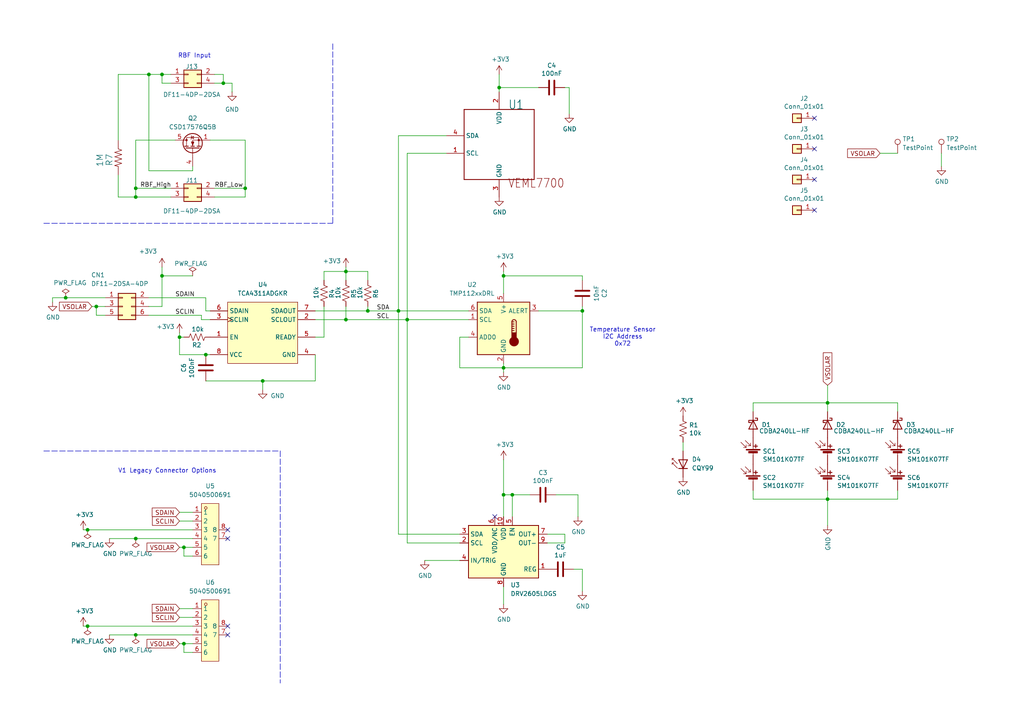
<source format=kicad_sch>
(kicad_sch (version 20250114) (generator "eeschema") (generator_version "9.0")
  (paper "A4")
  (title_block (title "XY Solar Panel Board") (date "2023-03-19") (rev "V3") (company "CPP BroncoSpace"))
  (lib_symbols
    (symbol "Adafruit VEML7700-eagle-import:VEML7700"
      (property "Reference" "IC" (at 2.54 10.16 0))
      (symbol "VEML7700_1_0"
        (polyline (pts (xy -10.16 10.16) (xy 10.16 10.16)) (stroke (width 0.254)))
        (polyline (pts (xy -10.16 -10.16) (xy -10.16 10.16)) (stroke (width 0.254)))
        (polyline (pts (xy 10.16 10.16) (xy 10.16 -10.16)) (stroke (width 0.254)))
        (polyline (pts (xy 10.16 -10.16) (xy -10.16 -10.16)) (stroke (width 0.254)))
        (text "VEML7700" (at 2.54 -12.7 0) (effects (font (size 2.54 2.159)) (justify left bottom)))
        (pin bidirectional line (at -15.24 2.54 0) (length 5.08) (name "SDA") (number "4"))
        (pin bidirectional line (at -15.24 -2.54 0) (length 5.08) (name "SCL") (number "1"))
        (pin power_in line (at 0 15.24 270) (length 5.08) (name "VDD") (number "2"))
        (pin power_in line (at 0 -15.24 90) (length 5.08) (name "GND") (number "3"))
      )
    )
    (symbol "Connector:TestPoint" (pin_numbers (hide yes)) (pin_names (offset 0.762) (hide yes))
      (property "Reference" "TP" (at 0 6.858 0))
      (property "Value" "TestPoint" (at 0 5.08 0))
      (symbol "TestPoint_0_1"
        (circle (center 0 3.302) (radius 0.762))
      )
      (symbol "TestPoint_1_1"
        (pin passive line (at 0 0 90) (length 2.54) (name "1") (number "1"))
      )
    )
    (symbol "Connector_Generic:Conn_01x01" (pin_names (offset 1.016) (hide yes))
      (property "Reference" "J" (at 0 2.54 0))
      (property "Value" "Conn_01x01" (at 0 -2.54 0))
      (symbol "Conn_01x01_1_1"
        (rectangle (start -1.27 1.27) (end 1.27 -1.27) (stroke (width 0.254)) (fill (type background)))
        (rectangle (start -1.27 0.127) (end 0 -0.127) (stroke (width 0.1524)))
        (pin passive line (at -5.08 0 0) (length 3.81) (name "Pin_1") (number "1"))
      )
    )
    (symbol "Connector_Generic:Conn_02x02_Odd_Even" (pin_names (offset 1.016) (hide yes))
      (property "Reference" "J" (at 1.27 2.54 0))
      (property "Value" "Conn_02x02_Odd_Even" (at 1.27 -5.08 0))
      (symbol "Conn_02x02_Odd_Even_1_1"
        (rectangle (start -1.27 1.27) (end 3.81 -3.81) (stroke (width 0.254)) (fill (type background)))
        (rectangle (start -1.27 0.127) (end 0 -0.127) (stroke (width 0.1524)))
        (rectangle (start -1.27 -2.413) (end 0 -2.667) (stroke (width 0.1524)))
        (rectangle (start 3.81 0.127) (end 2.54 -0.127) (stroke (width 0.1524)))
        (rectangle (start 3.81 -2.413) (end 2.54 -2.667) (stroke (width 0.1524)))
        (pin passive line (at -5.08 0 0) (length 3.81) (name "Pin_1") (number "1"))
        (pin passive line (at -5.08 -2.54 0) (length 3.81) (name "Pin_3") (number "3"))
        (pin passive line (at 7.62 0 180) (length 3.81) (name "Pin_2") (number "2"))
        (pin passive line (at 7.62 -2.54 180) (length 3.81) (name "Pin_4") (number "4"))
      )
    )
    (symbol "Connector_Generic:Conn_02x03_Odd_Even" (pin_names (offset 1.016) (hide yes))
      (property "Reference" "J" (at 1.27 5.08 0))
      (property "Value" "Conn_02x03_Odd_Even" (at 1.27 -5.08 0))
      (symbol "Conn_02x03_Odd_Even_1_1"
        (rectangle (start -1.27 3.81) (end 3.81 -3.81) (stroke (width 0.254)) (fill (type background)))
        (rectangle (start -1.27 2.667) (end 0 2.413) (stroke (width 0.1524)))
        (rectangle (start -1.27 0.127) (end 0 -0.127) (stroke (width 0.1524)))
        (rectangle (start -1.27 -2.413) (end 0 -2.667) (stroke (width 0.1524)))
        (rectangle (start 3.81 2.667) (end 2.54 2.413) (stroke (width 0.1524)))
        (rectangle (start 3.81 0.127) (end 2.54 -0.127) (stroke (width 0.1524)))
        (rectangle (start 3.81 -2.413) (end 2.54 -2.667) (stroke (width 0.1524)))
        (pin passive line (at -5.08 2.54 0) (length 3.81) (name "Pin_1") (number "1"))
        (pin passive line (at -5.08 0 0) (length 3.81) (name "Pin_3") (number "3"))
        (pin passive line (at -5.08 -2.54 0) (length 3.81) (name "Pin_5") (number "5"))
        (pin passive line (at 7.62 2.54 180) (length 3.81) (name "Pin_2") (number "2"))
        (pin passive line (at 7.62 0 180) (length 3.81) (name "Pin_4") (number "4"))
        (pin passive line (at 7.62 -2.54 180) (length 3.81) (name "Pin_6") (number "6"))
      )
    )
    (symbol "Device:C" (pin_numbers (hide yes)) (pin_names (offset 0.254))
      (property "Reference" "C" (at 0.635 2.54 0))
      (property "Value" "C" (at 0.635 -2.54 0))
      (symbol "C_0_1"
        (polyline (pts (xy -2.032 0.762) (xy 2.032 0.762)) (stroke (width 0.508)))
        (polyline (pts (xy -2.032 -0.762) (xy 2.032 -0.762)) (stroke (width 0.508)))
      )
      (symbol "C_1_1"
        (pin passive line (at 0 3.81 270) (length 2.794) (name "~") (number "1"))
        (pin passive line (at 0 -3.81 90) (length 2.794) (name "~") (number "2"))
      )
    )
    (symbol "Device:D_Schottky" (pin_numbers (hide yes)) (pin_names (offset 1.016) (hide yes))
      (property "Reference" "D" (at 0 2.54 0))
      (property "Value" "D_Schottky" (at 0 -2.54 0))
      (symbol "D_Schottky_0_1"
        (polyline (pts (xy -1.905 0.635) (xy -1.905 1.27) (xy -1.27 1.27) (xy -1.27 -1.27) (xy -0.635 -1.27) (xy -0.635 -0.635)) (stroke (width 0.254)))
        (polyline (pts (xy 1.27 1.27) (xy 1.27 -1.27) (xy -1.27 0) (xy 1.27 1.27)) (stroke (width 0.254)))
        (polyline (pts (xy 1.27 0) (xy -1.27 0)))
      )
      (symbol "D_Schottky_1_1"
        (pin passive line (at -3.81 0 0) (length 2.54) (name "K") (number "1"))
        (pin passive line (at 3.81 0 180) (length 2.54) (name "A") (number "2"))
      )
    )
    (symbol "Device:R_US" (pin_numbers (hide yes)) (pin_names (offset 0))
      (property "Reference" "R" (at 2.54 0 90))
      (property "Value" "R_US" (at -2.54 0 90))
      (symbol "R_US_0_1"
        (polyline (pts (xy 0 2.286) (xy 0 2.54)))
        (polyline (pts (xy 0 2.286) (xy 1.016 1.905) (xy 0 1.524) (xy -1.016 1.143) (xy 0 0.762)))
        (polyline (pts (xy 0 0.762) (xy 1.016 0.381) (xy 0 0) (xy -1.016 -0.381) (xy 0 -0.762)))
        (polyline (pts (xy 0 -0.762) (xy 1.016 -1.143) (xy 0 -1.524) (xy -1.016 -1.905) (xy 0 -2.286)))
        (polyline (pts (xy 0 -2.286) (xy 0 -2.54)))
      )
      (symbol "R_US_1_1"
        (pin passive line (at 0 3.81 270) (length 1.27) (name "~") (number "1"))
        (pin passive line (at 0 -3.81 90) (length 1.27) (name "~") (number "2"))
      )
    )
    (symbol "Device:Solar_Cell" (pin_numbers (hide yes)) (pin_names (offset 0) (hide yes))
      (property "Reference" "SC" (at 2.54 2.54 0))
      (property "Value" "Solar_Cell" (at 2.54 0 0))
      (symbol "Solar_Cell_0_1"
        (polyline (pts (xy -2.032 3.048) (xy -2.032 2.286) (xy -2.794 2.286)))
        (polyline (pts (xy -2.032 2.286) (xy -3.556 3.81)))
        (rectangle (start -2.032 1.778) (end 2.032 1.524) (fill (type outline)))
        (rectangle (start -1.3208 1.1938) (end 1.27 0.6858) (fill (type outline)))
        (polyline (pts (xy -0.762 3.556) (xy -0.762 2.794) (xy -1.524 2.794)))
        (polyline (pts (xy -0.762 2.794) (xy -2.286 4.318)))
        (polyline (pts (xy 0 1.778) (xy 0 2.54)))
        (polyline (pts (xy 0 0.762) (xy 0 0)))
        (polyline (pts (xy 0.254 2.667) (xy 1.27 2.667)) (stroke (width 0.254)))
        (polyline (pts (xy 0.762 3.175) (xy 0.762 2.159)) (stroke (width 0.254)))
      )
      (symbol "Solar_Cell_1_1"
        (pin passive line (at 0 5.08 270) (length 2.54) (name "+") (number "1"))
        (pin passive line (at 0 -2.54 90) (length 2.54) (name "-") (number "2"))
      )
    )
    (symbol "Driver_Haptic:DRV2605LDGS"
      (property "Reference" "U3" (at 2.0194 -9.6504 0))
      (property "Value" "DRV2605LDGS" (at 2.0194 -12.1873 0))
      (symbol "DRV2605LDGS_0_1"
        (rectangle (start -10.16 7.62) (end 10.16 -7.62) (stroke (width 0.254)) (fill (type background)))
      )
      (symbol "DRV2605LDGS_1_1"
        (pin bidirectional line (at -12.7 5.08 0) (length 2.54) (name "SDA") (number "3"))
        (pin input line (at -12.7 2.54 0) (length 2.54) (name "SCL") (number "2"))
        (pin input line (at -12.7 -2.54 0) (length 2.54) (name "IN/TRIG") (number "4"))
        (pin power_in line (at -2.54 10.16 270) (length 2.54) (name "VDD/NC") (number "6"))
        (pin power_in line (at 0 10.16 270) (length 2.54) (name "VDD") (number "10"))
        (pin power_in line (at 0 -10.16 90) (length 2.54) (name "GND") (number "8"))
        (pin input line (at 2.54 10.16 270) (length 2.54) (name "EN") (number "5"))
        (pin output line (at 12.7 5.08 180) (length 2.54) (name "OUT+") (number "7"))
        (pin output line (at 12.7 2.54 180) (length 2.54) (name "OUT-") (number "9"))
        (pin passive line (at 12.7 -5.08 180) (length 2.54) (name "REG") (number "1"))
      )
    )
    (symbol "GND_1" (power) (pin_numbers (hide yes)) (pin_names (offset 0) (hide yes))
      (property "Value" "GND" (at 0 -3.81 0))
      (symbol "GND_1_0_1"
        (polyline (pts (xy 0 0) (xy 0 -1.27) (xy 1.27 -1.27) (xy 0 -2.54) (xy -1.27 -1.27) (xy 0 -1.27)))
      )
      (symbol "GND_1_1_1"
        (pin power_in line (at 0 0 270) (length 0) (name "~") (number "1"))
      )
    )
    (symbol "LED:CQY99" (pin_numbers (hide yes)) (pin_names (offset 1.016) (hide yes))
      (property "Reference" "D" (at 0.508 1.778 0))
      (property "Value" "CQY99" (at -1.016 -2.794 0))
      (symbol "CQY99_0_1"
        (polyline (pts (xy -2.54 1.27) (xy -2.54 -1.27)) (stroke (width 0.254)))
        (polyline (pts (xy -2.413 1.651) (xy -0.889 3.175) (xy -0.889 2.667) (xy -0.889 3.175) (xy -1.397 3.175)))
        (polyline (pts (xy -1.143 1.651) (xy 0.381 3.175) (xy 0.381 2.667)))
        (polyline (pts (xy 0 0) (xy -2.54 0)))
        (polyline (pts (xy 0 -1.27) (xy -2.54 0) (xy 0 1.27) (xy 0 -1.27)) (stroke (width 0.254)))
        (polyline (pts (xy 0.381 3.175) (xy -0.127 3.175)))
      )
      (symbol "CQY99_1_1"
        (pin passive line (at -5.08 0 0) (length 2.54) (name "K") (number "1"))
        (pin passive line (at 2.54 0 180) (length 2.54) (name "A") (number "2"))
      )
    )
    (symbol "Sensor_Temperature:TMP112xxDRL"
      (property "Reference" "U" (at -2.54 10.795 0))
      (property "Value" "TMP112xxDRL" (at -2.54 8.89 0))
      (symbol "TMP112xxDRL_0_1"
        (rectangle (start -7.62 7.62) (end 7.62 -7.62) (stroke (width 0.254)) (fill (type background)))
      )
      (symbol "TMP112xxDRL_1_1"
        (polyline (pts (xy 2.413 1.905) (xy 2.413 -1.27)) (stroke (width 0.254)))
        (polyline (pts (xy 2.413 1.905) (xy 3.048 1.905)) (stroke (width 0.254)))
        (polyline (pts (xy 2.413 1.27) (xy 3.048 1.27)) (stroke (width 0.254)))
        (polyline (pts (xy 2.413 0.635) (xy 3.048 0.635)) (stroke (width 0.254)))
        (polyline (pts (xy 2.413 0) (xy 3.048 0)) (stroke (width 0.254)))
        (polyline (pts (xy 2.413 -0.635) (xy 3.048 -0.635)) (stroke (width 0.254)))
        (arc (start 2.413 1.905) (mid 3.048 2.5373) (end 3.683 1.905) (stroke (width 0.254)))
        (circle (center 3.048 -3.81) (radius 1.27) (stroke (width 0.254)) (fill (type outline)))
        (polyline (pts (xy 3.683 1.905) (xy 3.683 -1.27)) (stroke (width 0.254)))
        (rectangle (start 3.683 -3.175) (end 2.413 -1.27) (stroke (width 0.254)) (fill (type outline)))
        (pin bidirectional line (at -10.16 5.08 0) (length 2.54) (name "SDA") (number "6"))
        (pin input line (at -10.16 2.54 0) (length 2.54) (name "SCL") (number "1"))
        (pin input line (at -10.16 -2.54 0) (length 2.54) (name "ADD0") (number "4"))
        (pin power_in line (at 0 10.16 270) (length 2.54) (name "V+") (number "5"))
        (pin power_in line (at 0 -10.16 90) (length 2.54) (name "GND") (number "2"))
        (pin open_collector line (at 10.16 5.08 180) (length 2.54) (name "ALERT") (number "3"))
      )
    )
    (symbol "Transistor_FET:CSD17576Q5B" (pin_names (hide yes))
      (property "Reference" "Q" (at 5.08 1.905 0))
      (property "Value" "CSD17576Q5B" (at 5.08 0 0))
      (symbol "CSD17576Q5B_0_1"
        (polyline (pts (xy 0.254 1.905) (xy 0.254 -1.905)) (stroke (width 0.254)))
        (polyline (pts (xy 0.254 0) (xy -2.54 0)))
        (polyline (pts (xy 0.762 2.286) (xy 0.762 1.27)) (stroke (width 0.254)))
        (polyline (pts (xy 0.762 0.508) (xy 0.762 -0.508)) (stroke (width 0.254)))
        (polyline (pts (xy 0.762 -1.27) (xy 0.762 -2.286)) (stroke (width 0.254)))
        (polyline (pts (xy 0.762 -1.778) (xy 3.302 -1.778) (xy 3.302 1.778) (xy 0.762 1.778)))
        (polyline (pts (xy 1.016 0) (xy 2.032 0.381) (xy 2.032 -0.381) (xy 1.016 0)) (fill (type outline)))
        (circle (center 1.651 0) (radius 2.794) (stroke (width 0.254)))
        (polyline (pts (xy 2.54 2.54) (xy 2.54 1.778)))
        (circle (center 2.54 1.778) (radius 0.254) (fill (type outline)))
        (circle (center 2.54 -1.778) (radius 0.254) (fill (type outline)))
        (polyline (pts (xy 2.54 -2.54) (xy 2.54 0) (xy 0.762 0)))
        (polyline (pts (xy 2.794 0.508) (xy 2.921 0.381) (xy 3.683 0.381) (xy 3.81 0.254)))
        (polyline (pts (xy 3.302 0.381) (xy 2.921 -0.254) (xy 3.683 -0.254) (xy 3.302 0.381)))
      )
      (symbol "CSD17576Q5B_1_1"
        (pin passive line (at -5.08 0 0) (length 2.54) (name "G") (number "4"))
        (pin passive line (at 2.54 5.08 270) (length 2.54) (name "D") (number "5"))
        (pin passive line (at 2.54 -5.08 90) (length 2.54) (name "S") (number "1"))
        (pin passive line (at 2.54 -5.08 90) (length 2.54) (hide yes) (name "S") (number "2"))
        (pin passive line (at 2.54 -5.08 90) (length 2.54) (hide yes) (name "S") (number "3"))
      )
    )
    (symbol "easyeda2kicad:5040500691"
      (property "Reference" "U" (at 0 11.43 0))
      (property "Value" "5040500691" (at 0 -11.43 0))
      (symbol "5040500691_0_1"
        (rectangle (start -2.54 8.89) (end 2.54 -8.89) (fill (type background)))
        (circle (center -1.27 7.62) (radius 0.38))
        (pin unspecified line (at -5.08 6.35 0) (length 2.54) (name "1") (number "1"))
        (pin unspecified line (at -5.08 3.81 0) (length 2.54) (name "2") (number "2"))
        (pin unspecified line (at -5.08 1.27 0) (length 2.54) (name "3") (number "3"))
        (pin unspecified line (at -5.08 -1.27 0) (length 2.54) (name "4") (number "4"))
        (pin unspecified line (at -5.08 -3.81 0) (length 2.54) (name "5") (number "5"))
        (pin unspecified line (at -5.08 -6.35 0) (length 2.54) (name "6") (number "6"))
        (pin unspecified line (at 5.08 1.27 180) (length 2.54) (name "8") (number "8"))
        (pin unspecified line (at 5.08 -1.27 180) (length 2.54) (name "7") (number "7"))
      )
    )
    (symbol "easyeda2kicad:TCA4311ADGKR"
      (property "Reference" "U4" (at 0 13.97 0))
      (property "Value" "TCA4311ADGKR" (at 0 11.43 0))
      (symbol "TCA4311ADGKR_0_1"
        (rectangle (start -10.16 8.89) (end 10.16 -8.89) (fill (type background)))
        (pin unspecified line (at -15.24 6.35 0) (length 5.08) (name "SDAIN") (number "6"))
        (pin unspecified clock (at -15.24 3.81 0) (length 5.08) (name "SCLIN") (number "3"))
        (pin unspecified line (at -15.24 -1.27 0) (length 5.08) (name "EN") (number "1"))
        (pin power_in line (at -15.24 -6.35 0) (length 5.08) (name "VCC") (number "8"))
        (pin unspecified line (at 15.24 6.35 180) (length 5.08) (name "SDAOUT") (number "7"))
        (pin unspecified line (at 15.24 3.81 180) (length 5.08) (name "SCLOUT") (number "2"))
        (pin unspecified line (at 15.24 -1.27 180) (length 5.08) (name "READY") (number "5"))
        (pin power_in line (at 15.24 -6.35 180) (length 5.08) (name "GND") (number "4"))
      )
    )
    (symbol "mainboard:RESISTOR0603" (pin_names (offset 1.016))
      (property "Reference" "R" (at 0 1.524 0))
      (property "Value" "RESISTOR0603" (at 0 -1.524 0))
      (symbol "RESISTOR0603_1_0"
        (polyline (pts (xy -2.54 0) (xy -2.159 1.016)))
        (polyline (pts (xy -2.159 1.016) (xy -1.524 -1.016)))
        (polyline (pts (xy -1.524 -1.016) (xy -0.889 1.016)))
        (polyline (pts (xy -0.889 1.016) (xy -0.254 -1.016)))
        (polyline (pts (xy -0.254 -1.016) (xy 0.381 1.016)))
        (polyline (pts (xy 0.381 1.016) (xy 1.016 -1.016)))
        (polyline (pts (xy 1.016 -1.016) (xy 1.651 1.016)))
        (polyline (pts (xy 1.651 1.016) (xy 2.286 -1.016)))
        (polyline (pts (xy 2.286 -1.016) (xy 2.54 0)))
        (pin passive line (at -5.08 0 0) (length 2.54) (name "1") (number "1"))
        (pin passive line (at 5.08 0 180) (length 2.54) (name "2") (number "2"))
      )
    )
    (symbol "power:GND" (power) (pin_names (offset 0))
      (property "Value" "GND" (at 0 -3.81 0))
      (symbol "GND_0_1"
        (polyline (pts (xy 0 0) (xy 0 -1.27) (xy 1.27 -1.27) (xy 0 -2.54) (xy -1.27 -1.27) (xy 0 -1.27)))
      )
      (symbol "GND_1_1"
        (pin power_in line (at 0 0 270) (length 0) (hide yes) (name "GND") (number "1"))
      )
    )
    (symbol "power:PWR_FLAG" (power) (pin_numbers (hide yes)) (pin_names (offset 0) (hide yes))
      (property "Value" "PWR_FLAG" (at 0 3.81 0))
      (symbol "PWR_FLAG_0_0"
        (pin power_out line (at 0 0 90) (length 0) (name "pwr") (number "1"))
      )
      (symbol "PWR_FLAG_0_1"
        (polyline (pts (xy 0 0) (xy 0 1.27) (xy -1.016 1.905) (xy 0 2.54) (xy 1.016 1.905) (xy 0 1.27)))
      )
    )
    (symbol "solar-panel-NoCutout-rescue:+3.3V-power" (power) (pin_names (offset 0))
      (property "Value" "+3.3V-power" (at 0 3.556 0))
      (symbol "+3.3V-power_0_1"
        (polyline (pts (xy -0.762 1.27) (xy 0 2.54)))
        (polyline (pts (xy 0 2.54) (xy 0.762 1.27)))
        (polyline (pts (xy 0 0) (xy 0 2.54)))
      )
      (symbol "+3.3V-power_1_1"
        (pin power_in line (at 0 0 90) (length 0) (hide yes) (name "+3V3") (number "1"))
      )
    )
    (symbol "solar-panel-side-Z-rescue:+3.3V-power" (power) (pin_names (offset 0))
      (property "Value" "+3.3V-power" (at 0 3.556 0))
      (symbol "+3.3V-power_0_1"
        (polyline (pts (xy -0.762 1.27) (xy 0 2.54)))
        (polyline (pts (xy 0 2.54) (xy 0.762 1.27)))
        (polyline (pts (xy 0 0) (xy 0 2.54)))
      )
      (symbol "+3.3V-power_1_1"
        (pin power_in line (at 0 0 90) (length 0) (hide yes) (name "+3V3") (number "1"))
      )
    )
  )
  (text "V1 Legacy Connector Options" (at 48.514 136.652 0) (effects (font (size 1.27 1.27))))
  (text "Temperature Sensor\nI2C Address\n0x72" (at 180.594 97.79 0) (effects (font (size 1.27 1.27))))
  (text "RBF Input" (at 56.388 16.256 0) (effects (font (size 1.27 1.27))))
  (junction (at 71.12 54.61))
  (junction (at 100.33 92.71))
  (junction (at 46.99 80.01))
  (junction (at 52.07 97.79))
  (junction (at 106.68 90.17))
  (junction (at 25.4 153.67))
  (junction (at 39.37 156.21))
  (junction (at 146.05 143.51))
  (junction (at 27.94 88.9))
  (junction (at 146.05 106.68))
  (junction (at 53.34 186.69))
  (junction (at 64.77 24.13))
  (junction (at 148.59 143.51))
  (junction (at 25.4 181.61))
  (junction (at 39.37 54.61))
  (junction (at 240.03 144.78))
  (junction (at 46.99 21.59))
  (junction (at 43.18 21.59))
  (junction (at 100.33 78.74))
  (junction (at 19.05 86.36))
  (junction (at 146.05 80.01))
  (junction (at 59.69 102.87))
  (junction (at 76.2 110.49))
  (junction (at 240.03 116.84))
  (junction (at 115.57 90.17))
  (junction (at 144.78 25.4))
  (junction (at 168.91 90.17))
  (junction (at 39.37 184.15))
  (junction (at 53.34 158.75))
  (junction (at 39.37 57.15))
  (junction (at 118.11 92.71))
  (no_connect (at 236.22 34.29))
  (no_connect (at 66.04 184.15))
  (no_connect (at 236.22 43.18))
  (no_connect (at 236.22 60.96))
  (no_connect (at 66.04 181.61))
  (no_connect (at 66.04 153.67))
  (no_connect (at 66.04 156.21))
  (no_connect (at 143.51 149.86))
  (no_connect (at 236.22 52.07))
  (wire (pts (xy 115.57 90.17) (xy 115.57 154.94)))
  (wire (pts (xy 43.18 21.59) (xy 43.18 49.53)))
  (wire (pts (xy 100.33 88.9) (xy 100.33 92.71)))
  (wire (pts (xy 64.77 24.13) (xy 62.23 24.13)))
  (wire (pts (xy 46.99 80.01) (xy 46.99 88.9)))
  (wire (pts (xy 52.07 102.87) (xy 59.69 102.87)))
  (wire (pts (xy 158.75 157.48) (xy 163.83 157.48)))
  (wire (pts (xy 218.44 116.84) (xy 218.44 119.38)))
  (wire (pts (xy 135.89 97.79) (xy 133.35 97.79)))
  (wire (pts (xy 55.88 151.13) (xy 52.07 151.13)))
  (wire (pts (xy 146.05 80.01) (xy 168.91 80.01)))
  (wire (pts (xy 146.05 80.01) (xy 146.05 85.09)))
  (wire (pts (xy 168.91 106.68) (xy 146.05 106.68)))
  (wire (pts (xy 71.12 40.64) (xy 71.12 54.61)))
  (wire (pts (xy 133.35 106.68) (xy 146.05 106.68)))
  (wire (pts (xy 34.29 57.15) (xy 34.29 50.8)))
  (wire (pts (xy 53.34 161.29) (xy 55.88 161.29)))
  (wire (pts (xy 115.57 154.94) (xy 133.35 154.94)))
  (polyline (pts (xy 81.28 130.81) (xy 81.28 198.12)) (stroke (width 0) (type dash)))
  (wire (pts (xy 55.88 80.01) (xy 46.99 80.01)))
  (wire (pts (xy 46.99 21.59) (xy 46.99 24.13)))
  (wire (pts (xy 55.88 49.53) (xy 55.88 48.26)))
  (wire (pts (xy 218.44 144.78) (xy 218.44 142.24)))
  (wire (pts (xy 49.53 54.61) (xy 39.37 54.61)))
  (wire (pts (xy 27.94 91.44) (xy 30.48 91.44)))
  (wire (pts (xy 46.99 80.01) (xy 46.99 77.47)))
  (wire (pts (xy 43.18 86.36) (xy 59.69 86.36)))
  (wire (pts (xy 260.35 44.45) (xy 255.27 44.45)))
  (wire (pts (xy 60.96 40.64) (xy 71.12 40.64)))
  (wire (pts (xy 43.18 49.53) (xy 55.88 49.53)))
  (wire (pts (xy 39.37 156.21) (xy 31.75 156.21)))
  (wire (pts (xy 133.35 97.79) (xy 133.35 106.68)))
  (wire (pts (xy 91.44 90.17) (xy 106.68 90.17)))
  (wire (pts (xy 146.05 107.95) (xy 146.05 106.68)))
  (wire (pts (xy 39.37 57.15) (xy 34.29 57.15)))
  (wire (pts (xy 55.88 181.61) (xy 25.4 181.61)))
  (wire (pts (xy 100.33 78.74) (xy 100.33 81.28)))
  (wire (pts (xy 161.29 143.51) (xy 167.64 143.51)))
  (wire (pts (xy 106.68 88.9) (xy 106.68 90.17)))
  (polyline (pts (xy 96.52 12.7) (xy 96.52 64.77)) (stroke (width 0) (type dash)))
  (wire (pts (xy 115.57 39.37) (xy 129.54 39.37)))
  (wire (pts (xy 156.21 90.17) (xy 168.91 90.17)))
  (wire (pts (xy 52.07 96.52) (xy 52.07 97.79)))
  (wire (pts (xy 53.34 158.75) (xy 53.34 161.29)))
  (wire (pts (xy 118.11 92.71) (xy 118.11 44.45)))
  (wire (pts (xy 53.34 186.69) (xy 53.34 189.23)))
  (wire (pts (xy 148.59 143.51) (xy 153.67 143.51)))
  (wire (pts (xy 49.53 57.15) (xy 39.37 57.15)))
  (wire (pts (xy 163.83 25.4) (xy 165.1 25.4)))
  (wire (pts (xy 62.23 54.61) (xy 71.12 54.61)))
  (wire (pts (xy 168.91 90.17) (xy 168.91 106.68)))
  (wire (pts (xy 168.91 88.9) (xy 168.91 90.17)))
  (wire (pts (xy 167.64 143.51) (xy 167.64 149.86)))
  (wire (pts (xy 39.37 184.15) (xy 31.75 184.15)))
  (wire (pts (xy 115.57 90.17) (xy 115.57 39.37)))
  (wire (pts (xy 27.94 88.9) (xy 26.67 88.9)))
  (wire (pts (xy 240.03 116.84) (xy 260.35 116.84)))
  (wire (pts (xy 53.34 186.69) (xy 52.07 186.69)))
  (wire (pts (xy 146.05 143.51) (xy 148.59 143.51)))
  (wire (pts (xy 118.11 92.71) (xy 118.11 157.48)))
  (wire (pts (xy 165.1 25.4) (xy 165.1 33.02)))
  (wire (pts (xy 106.68 78.74) (xy 100.33 78.74)))
  (wire (pts (xy 59.69 90.17) (xy 60.96 90.17)))
  (wire (pts (xy 30.48 88.9) (xy 27.94 88.9)))
  (wire (pts (xy 55.88 179.07) (xy 52.07 179.07)))
  (wire (pts (xy 34.29 40.64) (xy 34.29 21.59)))
  (wire (pts (xy 91.44 92.71) (xy 100.33 92.71)))
  (wire (pts (xy 166.37 165.1) (xy 168.91 165.1)))
  (wire (pts (xy 59.69 86.36) (xy 59.69 90.17)))
  (wire (pts (xy 39.37 40.64) (xy 39.37 54.61)))
  (wire (pts (xy 146.05 133.35) (xy 146.05 143.51)))
  (wire (pts (xy 106.68 90.17) (xy 115.57 90.17)))
  (wire (pts (xy 100.33 78.74) (xy 100.33 77.47)))
  (wire (pts (xy 118.11 44.45) (xy 129.54 44.45)))
  (wire (pts (xy 55.88 148.59) (xy 52.07 148.59)))
  (wire (pts (xy 198.12 130.81) (xy 198.12 128.27)))
  (wire (pts (xy 218.44 116.84) (xy 240.03 116.84)))
  (wire (pts (xy 55.88 184.15) (xy 39.37 184.15)))
  (wire (pts (xy 163.83 157.48) (xy 163.83 154.94)))
  (wire (pts (xy 76.2 110.49) (xy 91.44 110.49)))
  (wire (pts (xy 93.98 97.79) (xy 91.44 97.79)))
  (wire (pts (xy 64.77 21.59) (xy 64.77 24.13)))
  (wire (pts (xy 76.2 110.49) (xy 76.2 113.03)))
  (wire (pts (xy 55.88 156.21) (xy 39.37 156.21)))
  (wire (pts (xy 93.98 78.74) (xy 100.33 78.74)))
  (wire (pts (xy 118.11 157.48) (xy 133.35 157.48)))
  (wire (pts (xy 240.03 144.78) (xy 260.35 144.78)))
  (wire (pts (xy 59.69 102.87) (xy 60.96 102.87)))
  (wire (pts (xy 93.98 88.9) (xy 93.98 97.79)))
  (polyline (pts (xy 12.7 64.77) (xy 96.52 64.77)) (stroke (width 0) (type dash)))
  (wire (pts (xy 273.05 44.45) (xy 273.05 48.26)))
  (wire (pts (xy 43.18 21.59) (xy 46.99 21.59)))
  (wire (pts (xy 146.05 106.68) (xy 146.05 105.41)))
  (wire (pts (xy 240.03 119.38) (xy 240.03 116.84)))
  (wire (pts (xy 52.07 97.79) (xy 53.34 97.79)))
  (wire (pts (xy 19.05 86.36) (xy 30.48 86.36)))
  (wire (pts (xy 55.88 158.75) (xy 53.34 158.75)))
  (wire (pts (xy 168.91 165.1) (xy 168.91 171.45)))
  (wire (pts (xy 260.35 119.38) (xy 260.35 116.84)))
  (wire (pts (xy 58.42 92.71) (xy 60.96 92.71)))
  (wire (pts (xy 19.05 86.36) (xy 15.24 86.36)))
  (wire (pts (xy 15.24 87.63) (xy 15.24 86.36)))
  (wire (pts (xy 123.19 162.56) (xy 133.35 162.56)))
  (wire (pts (xy 218.44 144.78) (xy 240.03 144.78)))
  (wire (pts (xy 146.05 170.18) (xy 146.05 175.26)))
  (wire (pts (xy 39.37 57.15) (xy 39.37 54.61)))
  (wire (pts (xy 146.05 143.51) (xy 146.05 149.86)))
  (wire (pts (xy 240.03 144.78) (xy 240.03 142.24)))
  (wire (pts (xy 58.42 91.44) (xy 58.42 92.71)))
  (wire (pts (xy 55.88 186.69) (xy 53.34 186.69)))
  (wire (pts (xy 55.88 153.67) (xy 25.4 153.67)))
  (polyline (pts (xy 12.7 130.81) (xy 81.28 130.81)) (stroke (width 0) (type dash)))
  (wire (pts (xy 118.11 92.71) (xy 135.89 92.71)))
  (wire (pts (xy 260.35 144.78) (xy 260.35 142.24)))
  (wire (pts (xy 49.53 21.59) (xy 46.99 21.59)))
  (wire (pts (xy 106.68 81.28) (xy 106.68 78.74)))
  (wire (pts (xy 43.18 88.9) (xy 46.99 88.9)))
  (wire (pts (xy 27.94 88.9) (xy 27.94 91.44)))
  (wire (pts (xy 39.37 40.64) (xy 50.8 40.64)))
  (wire (pts (xy 144.78 25.4) (xy 144.78 26.67)))
  (wire (pts (xy 25.4 153.67) (xy 24.13 153.67)))
  (wire (pts (xy 55.88 176.53) (xy 52.07 176.53)))
  (wire (pts (xy 64.77 24.13) (xy 67.31 24.13)))
  (wire (pts (xy 146.05 78.74) (xy 146.05 80.01)))
  (wire (pts (xy 168.91 80.01) (xy 168.91 81.28)))
  (wire (pts (xy 46.99 24.13) (xy 49.53 24.13)))
  (wire (pts (xy 71.12 57.15) (xy 71.12 54.61)))
  (wire (pts (xy 100.33 92.71) (xy 118.11 92.71)))
  (wire (pts (xy 67.31 24.13) (xy 67.31 26.67)))
  (wire (pts (xy 93.98 81.28) (xy 93.98 78.74)))
  (wire (pts (xy 59.69 110.49) (xy 76.2 110.49)))
  (wire (pts (xy 158.75 154.94) (xy 163.83 154.94)))
  (wire (pts (xy 148.59 149.86) (xy 148.59 143.51)))
  (wire (pts (xy 91.44 110.49) (xy 91.44 102.87)))
  (wire (pts (xy 240.03 116.84) (xy 240.03 111.76)))
  (wire (pts (xy 53.34 158.75) (xy 52.07 158.75)))
  (wire (pts (xy 115.57 90.17) (xy 135.89 90.17)))
  (wire (pts (xy 62.23 21.59) (xy 64.77 21.59)))
  (wire (pts (xy 43.18 91.44) (xy 58.42 91.44)))
  (wire (pts (xy 144.78 21.59) (xy 144.78 25.4)))
  (wire (pts (xy 240.03 152.4) (xy 240.03 144.78)))
  (wire (pts (xy 52.07 97.79) (xy 52.07 102.87)))
  (wire (pts (xy 53.34 189.23) (xy 55.88 189.23)))
  (wire (pts (xy 34.29 21.59) (xy 43.18 21.59)))
  (wire (pts (xy 25.4 181.61) (xy 24.13 181.61)))
  (wire (pts (xy 62.23 57.15) (xy 71.12 57.15)))
  (wire (pts (xy 144.78 25.4) (xy 156.21 25.4)))
  (label "SCL" (at 109.22 92.71 0))
  (label "SDA" (at 109.22 90.17 0))
  (label "RBF_Low" (at 62.23 54.61 0))
  (label "SCLIN" (at 50.8 91.44 0))
  (label "RBF_High" (at 40.64 54.61 0))
  (label "SDAIN" (at 50.8 86.36 0))
  (global_label "VSOLAR" (shape input) (at 52.07 158.75 180) (property "Intersheetrefs" "${INTERSHEET_REFS}" (effects (hide yes))))
  (global_label "SCLIN" (shape input) (at 52.07 179.07 180) (property "Intersheetrefs" "${INTERSHEET_REFS}" (effects (hide yes))))
  (global_label "VSOLAR" (shape input) (at 52.07 186.69 180) (property "Intersheetrefs" "${INTERSHEET_REFS}" (effects (hide yes))))
  (global_label "VSOLAR" (shape input) (at 240.03 111.76 90) (property "Intersheetrefs" "${INTERSHEET_REFS}" (effects (hide yes))))
  (global_label "VSOLAR" (shape input) (at 255.27 44.45 180) (property "Intersheetrefs" "${INTERSHEET_REFS}" (effects (hide yes))))
  (global_label "VSOLAR" (shape input) (at 26.67 88.9 180) (property "Intersheetrefs" "${INTERSHEET_REFS}" (effects (hide yes))))
  (global_label "SDAIN" (shape input) (at 52.07 148.59 180) (property "Intersheetrefs" "${INTERSHEET_REFS}" (effects (hide yes))))
  (global_label "SDAIN" (shape input) (at 52.07 176.53 180) (property "Intersheetrefs" "${INTERSHEET_REFS}" (effects (hide yes))))
  (global_label "SCLIN" (shape input) (at 52.07 151.13 180) (property "Intersheetrefs" "${INTERSHEET_REFS}" (effects (hide yes))))
  (symbol (lib_id "solar-panel-NoCutout-rescue:+3.3V-power") (at 24.13 153.67 0) (unit 1)
    (property "Reference" "#PWR0111" (effects (hide yes)))
    (property "Value" "+3V3" (at 24.511 149.2758 0))
  )
  (symbol (lib_id "power:PWR_FLAG") (at 25.4 153.67 180) (unit 1)
    (property "Reference" "#FLG0101" (effects (hide yes)))
    (property "Value" "PWR_FLAG" (at 25.4 158.0642 0))
  )
  (symbol (lib_id "Connector_Generic:Conn_01x01") (at 231.14 34.29 180) (unit 1)
    (property "Reference" "J2" (at 233.2228 28.575 0))
    (property "Value" "Conn_01x01" (at 233.2228 30.8864 0))
    (property "Footprint" "SolarPanelBoards:MountingHoles" (effects (hide yes)))
  )
  (symbol (lib_id "Connector_Generic:Conn_01x01") (at 231.14 43.18 180) (unit 1)
    (property "Reference" "J3" (at 233.2228 37.465 0))
    (property "Value" "Conn_01x01" (at 233.2228 39.7764 0))
    (property "Footprint" "SolarPanelBoards:MountingHoles" (effects (hide yes)))
  )
  (symbol (lib_id "Connector_Generic:Conn_01x01") (at 231.14 52.07 180) (unit 1)
    (property "Reference" "J4" (at 233.2228 46.355 0))
    (property "Value" "Conn_01x01" (at 233.2228 48.6664 0))
    (property "Footprint" "SolarPanelBoards:MountingHoles" (effects (hide yes)))
  )
  (symbol (lib_id "Connector_Generic:Conn_01x01") (at 231.14 60.96 180) (unit 1)
    (property "Reference" "J5" (at 233.2228 55.245 0))
    (property "Value" "Conn_01x01" (at 233.2228 57.5564 0))
    (property "Footprint" "SolarPanelBoards:MountingHoles" (effects (hide yes)))
  )
  (symbol (lib_id "power:GND") (at 15.24 87.63 0) (unit 1)
    (property "Reference" "#PWR0109" (effects (hide yes)))
    (property "Value" "GND" (at 15.367 92.0242 0))
  )
  (symbol (lib_id "power:GND") (at 198.12 138.43 0) (unit 1)
    (property "Reference" "#PWR0107" (effects (hide yes)))
    (property "Value" "GND" (at 198.247 142.8242 0))
  )
  (symbol (lib_id "power:GND") (at 76.2 113.03 0) (unit 1)
    (property "Reference" "#PWR0125" (effects (hide yes)))
    (property "Value" "GND" (at 82.55 114.808 0) (effects (justify right)))
  )
  (symbol (lib_id "power:GND") (at 168.91 171.45 0) (unit 1)
    (property "Reference" "#PWR0117" (effects (hide yes)))
    (property "Value" "GND" (at 169.037 175.8442 0))
  )
  (symbol (lib_id "Sensor_Temperature:TMP112xxDRL") (at 146.05 95.25 0) (unit 1)
    (property "Reference" "U2" (at 136.906 82.55 0))
    (property "Value" "TMP112xxDRL" (at 136.906 85.09 0))
    (property "Footprint" "Package_TO_SOT_SMD:SOT-563" (effects (hide yes)))
    (property "Datasheet" "https://www.ti.com/lit/ds/symlink/tmp112.pdf" (effects (hide yes)))
    (property "Description" "Digital Temperature Sensor with I2C/SMBus/Two-wire Interface, 12 bits, ±1°C, one-shot conversion, alert, nist traceable, SOT-563" (effects (hide yes)))
  )
  (symbol (lib_id "power:GND") (at 31.75 184.15 0) (unit 1)
    (property "Reference" "#PWR02" (effects (hide yes)))
    (property "Value" "GND" (at 31.877 188.5442 0))
  )
  (symbol (lib_id "Device:Solar_Cell") (at 240.03 139.7 0) (unit 1)
    (property "Reference" "SC4" (at 242.7732 138.5316 0) (effects (justify left)))
    (property "Value" "SM101K07TF" (at 242.7732 140.843 0) (effects (justify left)))
    (property "Footprint" "SolarPanelBoards:KXOB101K08F-TR" (effects (hide yes)))
  )
  (symbol (lib_id "Device:R_US") (at 106.68 85.09 180) (unit 1)
    (property "Reference" "R6" (at 108.966 83.82 90) (effects (justify left)))
    (property "Value" "10k" (at 104.394 83.058 90) (effects (justify left)))
    (property "Footprint" "Resistor_SMD:R_0603_1608Metric" (effects (hide yes)))
  )
  (symbol (lib_id "Device:C") (at 59.69 106.68 180) (unit 1)
    (property "Reference" "C6" (at 53.2892 106.68 90))
    (property "Value" "100nF" (at 55.6006 106.68 90))
    (property "Footprint" "Capacitor_SMD:C_0805_2012Metric" (effects (hide yes)))
  )
  (symbol (lib_id "Transistor_FET:CSD17576Q5B") (at 55.88 43.18 90) (unit 1)
    (property "Reference" "Q2" (at 55.88 34.29 90))
    (property "Value" "CSD17576Q5B" (at 55.88 36.83 90))
    (property "Footprint" "Package_TO_SOT_SMD:TDSON-8-1" (effects (hide yes)))
    (property "Datasheet" "http://www.ti.com/lit/gpn/csd17576q5b" (effects (hide yes)))
    (property "Description" "100A Id, 30V Vds, NexFET N-Channel Power MOSFET, 2mOhm Ron, 25nC Qg(typ), SON8 5x6mm" (effects (hide yes)))
  )
  (symbol (lib_id "easyeda2kicad:5040500691") (at 60.96 154.94 0) (unit 1)
    (property "Reference" "U5" (at 60.96 140.97 0))
    (property "Value" "5040500691" (at 60.96 143.51 0))
    (property "Footprint" "easyeda2kicad:CONN-SMD_6P-P1.50_A1501WRB-S-6P" (effects (hide yes)))
    (property "LCSC Part" "C563981" (effects (hide yes)))
  )
  (symbol (lib_id "power:PWR_FLAG") (at 55.88 80.01 0) (mirror y) (unit 1)
    (property "Reference" "#FLG0105" (effects (hide yes)))
    (property "Value" "PWR_FLAG" (at 55.372 76.454 0))
  )
  (symbol (lib_id "solar-panel-side-Z-rescue:+3.3V-power") (at 146.05 133.35 0) (unit 1)
    (property "Reference" "#PWR0115" (effects (hide yes)))
    (property "Value" "+3V3" (at 146.431 128.9558 0))
  )
  (symbol (lib_id "solar-panel-NoCutout-rescue:+3.3V-power") (at 52.07 96.52 0) (mirror y) (unit 1)
    (property "Reference" "#PWR0123" (effects (hide yes)))
    (property "Value" "+3V3" (at 48.006 94.742 0))
  )
  (symbol (lib_id "Driver_Haptic:DRV2605LDGS") (at 146.05 160.02 0) (unit 1)
    (property "Reference" "U3" (at 148.0694 169.6704 0) (effects (justify left)))
    (property "Value" "DRV2605LDGS" (at 148.0694 172.2073 0) (effects (justify left)))
    (property "Footprint" "Package_SO:VSSOP-10_3x3mm_P0.5mm" (effects (hide yes)))
    (property "Datasheet" "http://www.ti.com/lit/ds/symlink/drv2605l.pdf" (effects (hide yes)))
  )
  (symbol (lib_id "solar-panel-NoCutout-rescue:+3.3V-power") (at 46.99 77.47 0) (mirror y) (unit 1)
    (property "Reference" "#PWR0122" (effects (hide yes)))
    (property "Value" "+3V3" (at 42.926 72.898 0))
  )
  (symbol (lib_id "Device:Solar_Cell") (at 218.44 139.7 0) (unit 1)
    (property "Reference" "SC2" (at 221.1832 138.5316 0) (effects (justify left)))
    (property "Value" "SM101K07TF" (at 221.1832 140.843 0) (effects (justify left)))
    (property "Footprint" "SolarPanelBoards:KXOB101K08F-TR" (effects (hide yes)))
  )
  (symbol (lib_id "Device:R_US") (at 57.15 97.79 90) (unit 1)
    (property "Reference" "R2" (at 58.42 100.076 90) (effects (justify left)))
    (property "Value" "10k" (at 59.182 95.504 90) (effects (justify left)))
    (property "Footprint" "Resistor_SMD:R_0603_1608Metric" (effects (hide yes)))
  )
  (symbol (lib_id "solar-panel-side-Z-rescue:+3.3V-power") (at 144.78 21.59 0) (unit 1)
    (property "Reference" "#PWR0101" (effects (hide yes)))
    (property "Value" "+3V3" (at 145.161 17.1958 0))
  )
  (symbol (lib_id "Device:D_Schottky") (at 260.35 123.19 270) (unit 1)
    (property "Reference" "D3" (at 264.16 123.19 90))
    (property "Value" "CDBA240LL-HF" (at 276.86 125.73 90) (effects (justify right bottom)))
    (property "Footprint" "SolarPanelBoards:DO-214AC" (effects (hide yes)))
  )
  (symbol (lib_id "Connector:TestPoint") (at 260.35 44.45 0) (unit 1)
    (property "Reference" "TP1" (at 261.747 40.3133 0) (effects (justify left)))
    (property "Value" "TestPoint" (at 261.747 42.8502 0) (effects (justify left)))
    (property "Footprint" "SolarPanelBoards:Test Pad" (effects (hide yes)))
  )
  (symbol (lib_name "GND_1") (lib_id "power:GND") (at 67.31 26.67 0) (unit 1)
    (property "Reference" "#PWR07" (effects (hide yes)))
    (property "Value" "GND" (at 67.31 31.75 0))
    (property "Description" "Power symbol creates a global label with name \"GND\" , ground" (effects (hide yes)))
  )
  (symbol (lib_id "power:GND") (at 31.75 156.21 0) (unit 1)
    (property "Reference" "#PWR01" (effects (hide yes)))
    (property "Value" "GND" (at 31.877 160.6042 0))
  )
  (symbol (lib_id "power:GND") (at 167.64 149.86 0) (unit 1)
    (property "Reference" "#PWR0118" (effects (hide yes)))
    (property "Value" "GND" (at 167.767 154.2542 0))
  )
  (symbol (lib_id "Device:R_US") (at 100.33 85.09 180) (unit 1)
    (property "Reference" "R5" (at 102.616 83.82 90) (effects (justify left)))
    (property "Value" "10k" (at 98.044 83.058 90) (effects (justify left)))
    (property "Footprint" "Resistor_SMD:R_0603_1608Metric" (effects (hide yes)))
  )
  (symbol (lib_id "Connector:TestPoint") (at 273.05 44.45 0) (unit 1)
    (property "Reference" "TP2" (at 274.447 40.3133 0) (effects (justify left)))
    (property "Value" "TestPoint" (at 274.447 42.8502 0) (effects (justify left)))
    (property "Footprint" "SolarPanelBoards:Test Pad" (effects (hide yes)))
  )
  (symbol (lib_id "Device:C") (at 160.02 25.4 90) (unit 1)
    (property "Reference" "C4" (at 160.02 18.9992 90))
    (property "Value" "100nF" (at 160.02 21.3106 90))
    (property "Footprint" "Capacitor_SMD:C_0805_2012Metric" (effects (hide yes)))
  )
  (symbol (lib_id "power:GND") (at 146.05 107.95 0) (unit 1)
    (property "Reference" "#PWR0104" (effects (hide yes)))
    (property "Value" "GND" (at 146.177 112.3442 0))
  )
  (symbol (lib_id "Device:C") (at 157.48 143.51 90) (unit 1)
    (property "Reference" "C3" (at 157.48 137.1092 90))
    (property "Value" "100nF" (at 157.48 139.4206 90))
    (property "Footprint" "Capacitor_SMD:C_0805_2012Metric" (effects (hide yes)))
  )
  (symbol (lib_id "power:PWR_FLAG") (at 39.37 184.15 180) (unit 1)
    (property "Reference" "#FLG02" (effects (hide yes)))
    (property "Value" "PWR_FLAG" (at 39.37 188.5442 0))
  )
  (symbol (lib_id "Device:C") (at 168.91 85.09 0) (unit 1)
    (property "Reference" "C2" (at 175.3108 85.09 90))
    (property "Value" "10nF" (at 172.9994 85.09 90))
    (property "Footprint" "Capacitor_SMD:C_0805_2012Metric" (effects (hide yes)))
  )
  (symbol (lib_id "mainboard:RESISTOR0603") (at 34.29 45.72 270) (unit 1) (in_bom no)
    (property "Reference" "R7" (at 30.6832 46.3804 0) (effects (font (size 1.778 1.778)) (justify bottom)))
    (property "Value" "1M" (at 29.972 46.482 0) (effects (font (size 1.778 1.778)) (justify top)))
    (property "Footprint" "Resistor_SMD:R_0603_1608Metric" (effects (hide yes)))
    (property "Description" "1M 0603" (effects (hide yes)))
  )
  (symbol (lib_id "Connector_Generic:Conn_02x02_Odd_Even") (at 54.61 21.59 0) (unit 1)
    (property "Reference" "J13" (at 55.626 19.304 0))
    (property "Value" "DF11-4DP-2DSA" (at 55.626 27.432 0))
    (property "Footprint" "Connector_Hirose:Hirose_DF11-4DP-2DSA_2x02_P2.00mm_Vertical" (effects (hide yes)))
    (property "Description" "Generic connector, double row, 02x02, odd/even pin numbering scheme (row 1 odd numbers, row 2 even numbers), script generated (kicad-library-utils/schlib/autogen/connector/)" (effects (hide yes)))
  )
  (symbol (lib_id "Device:R_US") (at 93.98 85.09 180) (unit 1)
    (property "Reference" "R4" (at 96.266 83.82 90) (effects (justify left)))
    (property "Value" "10k" (at 91.694 83.058 90) (effects (justify left)))
    (property "Footprint" "Resistor_SMD:R_0603_1608Metric" (effects (hide yes)))
  )
  (symbol (lib_id "LED:CQY99") (at 198.12 133.35 90) (unit 1)
    (property "Reference" "D4" (at 200.66 133.2229 90) (effects (justify right)))
    (property "Value" "CQY99" (at 200.66 135.7629 90) (effects (justify right)))
    (property "Footprint" "LED_SMD:LED_0603_1608Metric" (effects (hide yes)))
    (property "Datasheet" "https://www.prtice.info/IMG/pdf/CQY99.pdf" (effects (hide yes)))
  )
  (symbol (lib_id "Adafruit VEML7700-eagle-import:VEML7700") (at 144.78 41.91 0) (unit 1)
    (property "Reference" "U1" (at 147.32 31.75 0) (effects (font (size 2.54 2.159)) (justify left bottom)))
    (property "Value" "VEML7700" (effects (hide yes)))
    (property "Footprint" "VEML7700-TT:XDCR_VEML7700-TT" (effects (hide yes)))
  )
  (symbol (lib_id "power:GND") (at 240.03 152.4 0) (unit 1)
    (property "Reference" "#PWR0121" (effects (hide yes)))
    (property "Value" "GND" (at 240.157 155.6512 90) (effects (justify right)))
  )
  (symbol (lib_id "power:GND") (at 123.19 162.56 0) (unit 1)
    (property "Reference" "#PWR0114" (effects (hide yes)))
    (property "Value" "GND" (at 123.317 166.9542 0))
  )
  (symbol (lib_id "Connector_Generic:Conn_02x02_Odd_Even") (at 54.61 54.61 0) (unit 1)
    (property "Reference" "J11" (at 55.626 52.324 0))
    (property "Value" "DF11-4DP-2DSA" (at 55.626 61.214 0))
    (property "Footprint" "Connector_Hirose:Hirose_DF11-4DP-2DSA_2x02_P2.00mm_Vertical" (effects (hide yes)))
    (property "Description" "Generic connector, double row, 02x02, odd/even pin numbering scheme (row 1 odd numbers, row 2 even numbers), script generated (kicad-library-utils/schlib/autogen/connector/)" (effects (hide yes)))
  )
  (symbol (lib_id "power:GND") (at 165.1 33.02 0) (unit 1)
    (property "Reference" "#PWR0108" (effects (hide yes)))
    (property "Value" "GND" (at 165.227 37.4142 0))
  )
  (symbol (lib_id "Connector_Generic:Conn_02x03_Odd_Even") (at 35.56 88.9 0) (unit 1)
    (property "Reference" "CN1" (at 26.416 79.756 0) (effects (justify left)))
    (property "Value" "DF11-2DSA-4DP" (at 26.416 82.296 0) (effects (justify left)))
    (property "Footprint" "Connector_Hirose:Hirose_DF11-6DP-2DSA_2x03_P2.00mm_Vertical" (effects (hide yes)))
    (property "Description" "Generic connector, double row, 02x03, odd/even pin numbering scheme (row 1 odd numbers, row 2 even numbers), script generated (kicad-library-utils/schlib/autogen/connector/)" (effects (hide yes)))
    (property "LCSC Part" "C2833085" (effects (hide yes)))
  )
  (symbol (lib_id "easyeda2kicad:TCA4311ADGKR") (at 76.2 96.52 0) (unit 1)
    (property "Reference" "U4" (at 76.2 82.55 0))
    (property "Value" "TCA4311ADGKR" (at 76.2 85.09 0))
    (property "Footprint" "easyeda2kicad:MSOP-8_L3.0-W3.0-P0.65-LS5.0-BL" (effects (hide yes)))
    (property "Datasheet" "https://lcsc.com/product-detail/Interface-ICs_TI_TCA4311ADGKR_TCA4311ADGKR_C130025.html" (effects (hide yes)))
    (property "LCSC Part" "C130025" (effects (hide yes)))
  )
  (symbol (lib_id "Device:C") (at 162.56 165.1 90) (unit 1)
    (property "Reference" "C5" (at 162.56 158.6992 90))
    (property "Value" "1uF" (at 162.56 161.0106 90))
    (property "Footprint" "Capacitor_SMD:C_0805_2012Metric" (effects (hide yes)))
  )
  (symbol (lib_id "power:GND") (at 146.05 175.26 0) (unit 1)
    (property "Reference" "#PWR0119" (effects (hide yes)))
    (property "Value" "GND" (at 146.177 179.6542 0))
  )
  (symbol (lib_id "power:PWR_FLAG") (at 19.05 86.36 0) (unit 1)
    (property "Reference" "#FLG0106" (effects (hide yes)))
    (property "Value" "PWR_FLAG" (at 20.32 82.042 0))
  )
  (symbol (lib_id "solar-panel-NoCutout-rescue:+3.3V-power") (at 100.33 77.47 0) (mirror y) (unit 1)
    (property "Reference" "#PWR0124" (effects (hide yes)))
    (property "Value" "+3V3" (at 96.266 75.692 0))
  )
  (symbol (lib_id "Device:D_Schottky") (at 218.44 123.19 270) (unit 1)
    (property "Reference" "D1" (at 222.25 123.19 90))
    (property "Value" "CDBA240LL-HF" (at 234.95 125.73 90) (effects (justify right bottom)))
    (property "Footprint" "SolarPanelBoards:DO-214AC" (effects (hide yes)))
  )
  (symbol (lib_id "power:GND") (at 144.78 57.15 0) (unit 1)
    (property "Reference" "#PWR0103" (effects (hide yes)))
    (property "Value" "GND" (at 144.907 61.5442 0))
  )
  (symbol (lib_id "solar-panel-side-Z-rescue:+3.3V-power") (at 198.12 120.65 0) (unit 1)
    (property "Reference" "#PWR0106" (effects (hide yes)))
    (property "Value" "+3V3" (at 198.501 116.2558 0))
  )
  (symbol (lib_id "Device:R_US") (at 198.12 124.46 0) (unit 1)
    (property "Reference" "R1" (at 199.8472 123.2916 0) (effects (justify left)))
    (property "Value" "10k" (at 199.8472 125.603 0) (effects (justify left)))
    (property "Footprint" "Resistor_SMD:R_0603_1608Metric" (effects (hide yes)))
  )
  (symbol (lib_id "solar-panel-NoCutout-rescue:+3.3V-power") (at 24.13 181.61 0) (unit 1)
    (property "Reference" "#PWR0112" (effects (hide yes)))
    (property "Value" "+3V3" (at 24.511 177.2158 0))
  )
  (symbol (lib_id "Device:Solar_Cell") (at 260.35 132.08 0) (unit 1)
    (property "Reference" "SC5" (at 263.0932 130.9116 0) (effects (justify left)))
    (property "Value" "SM101K07TF" (at 263.0932 133.223 0) (effects (justify left)))
    (property "Footprint" "SolarPanelBoards:KXOB101K08F-TR" (effects (hide yes)))
  )
  (symbol (lib_id "solar-panel-side-Z-rescue:+3.3V-power") (at 146.05 78.74 0) (unit 1)
    (property "Reference" "#PWR0102" (effects (hide yes)))
    (property "Value" "+3V3" (at 146.431 74.3458 0))
  )
  (symbol (lib_id "easyeda2kicad:5040500691") (at 60.96 182.88 0) (unit 1)
    (property "Reference" "U6" (at 60.96 168.91 0))
    (property "Value" "5040500691" (at 60.96 171.45 0))
    (property "Footprint" "easyeda2kicad:CONN-SMD_6P-P1.50_A1501WRB-S-6P" (effects (hide yes)))
    (property "LCSC Part" "C563981" (effects (hide yes)))
  )
  (symbol (lib_id "Device:Solar_Cell") (at 218.44 132.08 0) (unit 1)
    (property "Reference" "SC1" (at 221.1832 130.9116 0) (effects (justify left)))
    (property "Value" "SM101K07TF" (at 221.1832 133.223 0) (effects (justify left)))
    (property "Footprint" "SolarPanelBoards:KXOB101K08F-TR" (effects (hide yes)))
  )
  (symbol (lib_id "Device:Solar_Cell") (at 260.35 139.7 0) (unit 1)
    (property "Reference" "SC6" (at 263.0932 138.5316 0) (effects (justify left)))
    (property "Value" "SM101K07TF" (at 263.0932 140.843 0) (effects (justify left)))
    (property "Footprint" "SolarPanelBoards:KXOB101K08F-TR" (effects (hide yes)))
  )
  (symbol (lib_id "power:PWR_FLAG") (at 25.4 181.61 180) (unit 1)
    (property "Reference" "#FLG0102" (effects (hide yes)))
    (property "Value" "PWR_FLAG" (at 25.4 186.0042 0))
  )
  (symbol (lib_id "Device:Solar_Cell") (at 240.03 132.08 0) (unit 1)
    (property "Reference" "SC3" (at 242.7732 130.9116 0) (effects (justify left)))
    (property "Value" "SM101K07TF" (at 242.7732 133.223 0) (effects (justify left)))
    (property "Footprint" "SolarPanelBoards:KXOB101K08F-TR" (effects (hide yes)))
  )
  (symbol (lib_id "power:GND") (at 273.05 48.26 0) (unit 1)
    (property "Reference" "#PWR0120" (effects (hide yes)))
    (property "Value" "GND" (at 273.177 52.6542 0))
  )
  (symbol (lib_id "Device:D_Schottky") (at 240.03 123.19 270) (unit 1)
    (property "Reference" "D2" (at 243.84 123.19 90))
    (property "Value" "CDBA240LL-HF" (at 256.54 125.73 90) (effects (justify right bottom)))
    (property "Footprint" "SolarPanelBoards:DO-214AC" (effects (hide yes)))
  )
  (symbol (lib_id "power:PWR_FLAG") (at 39.37 156.21 180) (unit 1)
    (property "Reference" "#FLG01" (effects (hide yes)))
    (property "Value" "PWR_FLAG" (at 39.37 160.6042 0))
  )
)
</source>
